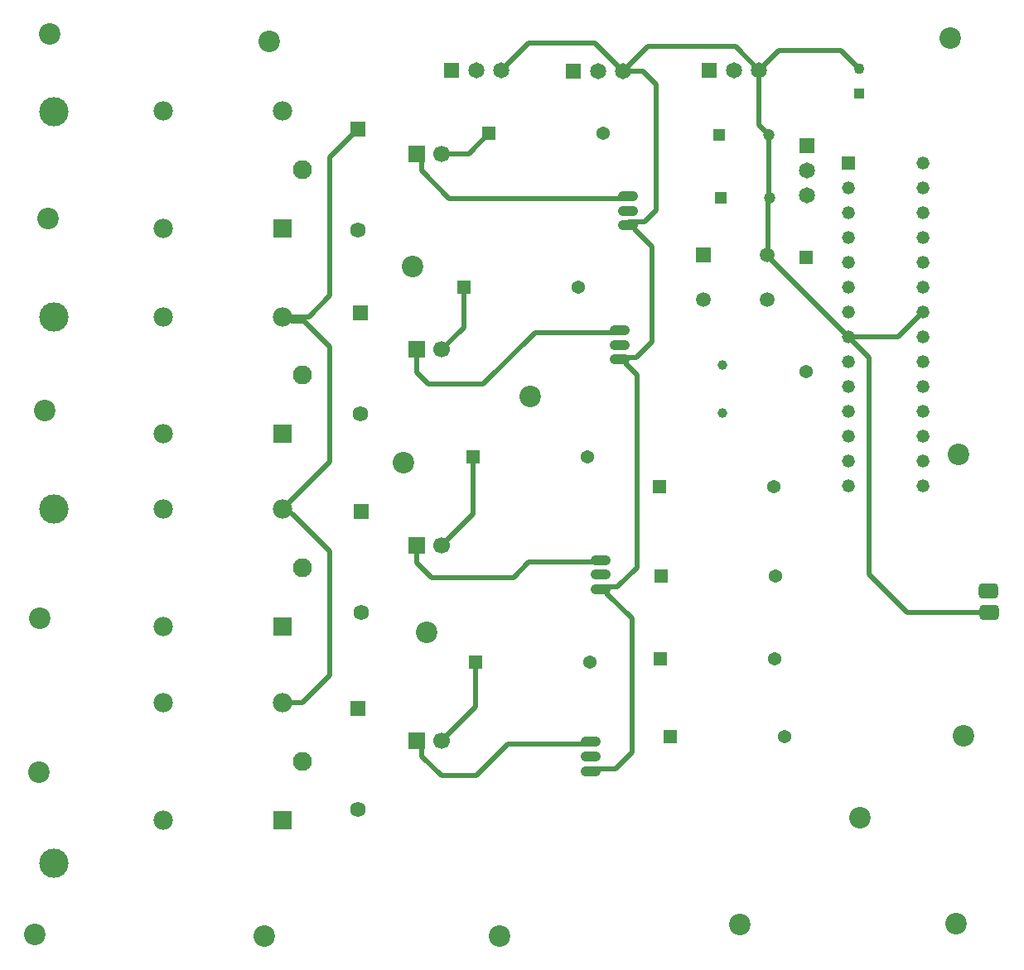
<source format=gbl>
G04*
G04 #@! TF.GenerationSoftware,Altium Limited,Altium Designer,24.4.1 (13)*
G04*
G04 Layer_Physical_Order=2*
G04 Layer_Color=16711680*
%FSLAX44Y44*%
%MOMM*%
G71*
G04*
G04 #@! TF.SameCoordinates,55CC3119-2231-4384-B402-45A8E2456881*
G04*
G04*
G04 #@! TF.FilePolarity,Positive*
G04*
G01*
G75*
%ADD23R,1.7000X1.7000*%
%ADD24C,1.7000*%
%ADD33C,1.3208*%
%ADD34R,1.3208X1.3208*%
%ADD37C,1.2000*%
%ADD38R,1.2000X1.2000*%
%ADD39C,1.3716*%
%ADD40R,1.3716X1.3716*%
%ADD41R,1.3716X1.3716*%
%ADD44C,0.5000*%
%ADD47C,2.2000*%
%ADD48C,1.5900*%
%ADD49R,1.5900X1.5900*%
%ADD50O,2.0800X1.0400*%
%ADD51C,1.0070*%
%ADD52C,1.1000*%
%ADD53R,1.1000X1.1000*%
%ADD54R,1.6500X1.6500*%
%ADD55C,1.6500*%
%ADD56R,1.6500X1.6500*%
%ADD57R,1.9800X1.9800*%
%ADD58C,1.9350*%
%ADD59C,1.9800*%
%ADD60C,1.4980*%
%ADD61R,1.4980X1.4980*%
%ADD62C,3.0000*%
G04:AMPARAMS|DCode=63|XSize=2mm|YSize=1.524mm|CornerRadius=0.381mm|HoleSize=0mm|Usage=FLASHONLY|Rotation=0.000|XOffset=0mm|YOffset=0mm|HoleType=Round|Shape=RoundedRectangle|*
%AMROUNDEDRECTD63*
21,1,2.0000,0.7620,0,0,0.0*
21,1,1.2380,1.5240,0,0,0.0*
1,1,0.7620,0.6190,-0.3810*
1,1,0.7620,-0.6190,-0.3810*
1,1,0.7620,-0.6190,0.3810*
1,1,0.7620,0.6190,0.3810*
%
%ADD63ROUNDEDRECTD63*%
D23*
X420300Y831000D02*
D03*
Y431000D02*
D03*
Y231000D02*
D03*
Y631000D02*
D03*
D24*
X445700Y831000D02*
D03*
Y431000D02*
D03*
Y231000D02*
D03*
Y631000D02*
D03*
D33*
X937260Y821820D02*
D03*
Y796420D02*
D03*
Y771020D02*
D03*
Y745620D02*
D03*
Y720220D02*
D03*
Y694820D02*
D03*
Y669420D02*
D03*
Y644020D02*
D03*
Y618620D02*
D03*
Y593220D02*
D03*
Y567820D02*
D03*
Y542420D02*
D03*
Y517020D02*
D03*
Y491620D02*
D03*
X861060D02*
D03*
Y517020D02*
D03*
Y542420D02*
D03*
Y567820D02*
D03*
Y593220D02*
D03*
Y618620D02*
D03*
Y644020D02*
D03*
Y669420D02*
D03*
Y694820D02*
D03*
Y720220D02*
D03*
Y745620D02*
D03*
Y771020D02*
D03*
Y796420D02*
D03*
D34*
Y821820D02*
D03*
D37*
X780650Y786260D02*
D03*
X779380Y851030D02*
D03*
D38*
X730650Y786260D02*
D03*
X729380Y851030D02*
D03*
D39*
X817880Y608460D02*
D03*
X584840Y695000D02*
D03*
X594000Y521000D02*
D03*
X597000Y311000D02*
D03*
X610840Y852000D02*
D03*
X785000Y491000D02*
D03*
X786840Y399000D02*
D03*
X785840Y315000D02*
D03*
X796000Y235000D02*
D03*
D40*
X817880Y725300D02*
D03*
D41*
X468000Y695000D02*
D03*
X477160Y521000D02*
D03*
X480160Y311000D02*
D03*
X494000Y852000D02*
D03*
X668160Y491000D02*
D03*
X670000Y399000D02*
D03*
X669000Y315000D02*
D03*
X679160Y235000D02*
D03*
D44*
X425000Y814000D02*
Y826300D01*
X420300Y831000D02*
X425000Y826300D01*
Y814000D02*
X453300Y785700D01*
X636000D01*
X435000Y398000D02*
X519000D01*
X420300Y412700D02*
X435000Y398000D01*
X519000D02*
X534400Y413400D01*
X420300Y412700D02*
Y431000D01*
X331000Y298000D02*
Y425000D01*
X302760Y269760D02*
X331000Y298000D01*
X283000Y269760D02*
X302760D01*
X445000Y195000D02*
X481000D01*
X425000Y215000D02*
Y226300D01*
Y215000D02*
X445000Y195000D01*
X420300Y231000D02*
X425000Y226300D01*
X432000Y596000D02*
X488000D01*
X540700Y648700D01*
X287005Y664730D02*
X309730D01*
X331000Y686000D01*
Y827800D01*
X360000Y856800D01*
X283000Y664730D02*
X287005D01*
X291735Y660000D02*
X305071D01*
X331000Y634071D01*
X287005Y664730D02*
X291735Y660000D01*
X292864Y463136D02*
X331000Y425000D01*
X287005Y467880D02*
X291749Y463136D01*
X283000Y467880D02*
X287005D01*
X291749Y463136D02*
X292864D01*
X534400Y413400D02*
X608000D01*
X445700Y231000D02*
X480160Y265460D01*
Y311000D01*
X445700Y631000D02*
X468000Y653300D01*
Y695000D01*
X445700Y431000D02*
X477160Y462460D01*
Y521000D01*
X473000Y831000D02*
X494000Y852000D01*
X445700Y831000D02*
X473000D01*
X611739Y388000D02*
X625000D01*
X623000Y202000D02*
X640000Y219000D01*
X598000Y202000D02*
X623000D01*
X611739Y388000D02*
X614233Y385505D01*
Y381767D02*
X640000Y356000D01*
Y219000D02*
Y356000D01*
X608000Y388000D02*
X611739D01*
X614233Y381767D02*
Y385505D01*
X630739Y623300D02*
X644300D01*
X625000Y388000D02*
X645000Y408000D01*
Y605300D01*
X627000Y623300D02*
X630739D01*
X633233Y620806D01*
Y617067D02*
Y620806D01*
Y617067D02*
X645000Y605300D01*
X644300Y623300D02*
X660000Y639000D01*
X639739Y760300D02*
X642233Y757805D01*
Y754067D02*
Y757805D01*
Y754067D02*
X660000Y736300D01*
X636000Y760300D02*
X639739D01*
X660000Y639000D02*
Y736300D01*
X636000Y760300D02*
X637033Y761333D01*
X652404D01*
X665000Y773929D01*
Y902000D01*
X651200Y915800D02*
X665000Y902000D01*
X631190Y915800D02*
X651200D01*
X540700Y648700D02*
X627000D01*
X331000Y515880D02*
Y634071D01*
X283000Y467880D02*
X331000Y515880D01*
X481000Y195000D02*
X513400Y227400D01*
X598000D01*
X420300Y607700D02*
X432000Y596000D01*
X420300Y607700D02*
Y631000D01*
X921000Y362000D02*
X1005000D01*
X882000Y401000D02*
X921000Y362000D01*
X789550Y937000D02*
X853630D01*
X872490Y918140D01*
X769620Y917070D02*
X789550Y937000D01*
X656390Y941000D02*
X745690D01*
X631190Y915800D02*
X656390Y941000D01*
X745690D02*
X769620Y917070D01*
X882000Y401000D02*
Y623080D01*
X861060Y644020D02*
X882000Y623080D01*
X861060Y644020D02*
X911860D01*
X937260Y669420D01*
X601990Y945000D02*
X631190Y915800D01*
X506730Y917070D02*
X534660Y945000D01*
X601990D01*
X769620Y860790D02*
Y917070D01*
X777990Y727285D02*
X861060Y644215D01*
X777990Y727285D02*
Y727480D01*
X861060Y644020D02*
Y644215D01*
X779320Y728810D02*
Y784930D01*
X780650Y786260D01*
X777990Y727480D02*
X779320Y728810D01*
X780015Y786895D02*
Y850395D01*
Y786895D02*
X780650Y786260D01*
X779380Y851030D02*
X780015Y850395D01*
X769620Y860790D02*
X779380Y851030D01*
D47*
X536000Y583000D02*
D03*
X873000Y152000D02*
D03*
X750000Y43000D02*
D03*
X505000Y31000D02*
D03*
X979000Y236000D02*
D03*
X971000Y44000D02*
D03*
X264000Y31000D02*
D03*
X430000Y342000D02*
D03*
X974000Y524000D02*
D03*
X965000Y950000D02*
D03*
X269000Y946000D02*
D03*
X416000Y716000D02*
D03*
X406000Y515000D02*
D03*
X30000Y33000D02*
D03*
X34000Y199000D02*
D03*
X35000Y356000D02*
D03*
X40000Y569000D02*
D03*
X43000Y765000D02*
D03*
X45000Y954000D02*
D03*
D48*
X360000Y753200D02*
D03*
X362000Y565200D02*
D03*
X363000Y362200D02*
D03*
X360000Y160200D02*
D03*
D49*
Y856800D02*
D03*
X362000Y668800D02*
D03*
X363000Y465800D02*
D03*
X360000Y263800D02*
D03*
D50*
X636000Y788000D02*
D03*
Y773000D02*
D03*
Y758000D02*
D03*
X627000Y621000D02*
D03*
Y636000D02*
D03*
Y651000D02*
D03*
X608000Y415700D02*
D03*
Y400700D02*
D03*
Y385700D02*
D03*
X598000Y199700D02*
D03*
Y214700D02*
D03*
Y229700D02*
D03*
D51*
X732790Y566280D02*
D03*
Y615080D02*
D03*
D52*
X872490Y918140D02*
D03*
D53*
Y893140D02*
D03*
D54*
X455930Y917070D02*
D03*
X580390Y915800D02*
D03*
X718820Y917070D02*
D03*
D55*
X481330D02*
D03*
X506730D02*
D03*
X605790Y915800D02*
D03*
X631190D02*
D03*
X744220Y917070D02*
D03*
X769620D02*
D03*
X819150Y814200D02*
D03*
Y788800D02*
D03*
D56*
Y839600D02*
D03*
D57*
X283000Y544730D02*
D03*
Y347880D02*
D03*
Y149760D02*
D03*
Y754900D02*
D03*
D58*
X303000Y604730D02*
D03*
Y407880D02*
D03*
Y209760D02*
D03*
Y814900D02*
D03*
D59*
X283000Y664730D02*
D03*
X161000D02*
D03*
Y544730D02*
D03*
X283000Y467880D02*
D03*
X161000D02*
D03*
Y347880D02*
D03*
X283000Y269760D02*
D03*
X161000D02*
D03*
Y149760D02*
D03*
X283000Y874900D02*
D03*
X161000D02*
D03*
Y754900D02*
D03*
D60*
X712990Y682480D02*
D03*
X777990D02*
D03*
Y727480D02*
D03*
D61*
X712990D02*
D03*
D62*
X48790Y874280D02*
D03*
Y664730D02*
D03*
Y467880D02*
D03*
Y105930D02*
D03*
D63*
X1003762Y384504D02*
D03*
X1005000Y362000D02*
D03*
M02*

</source>
